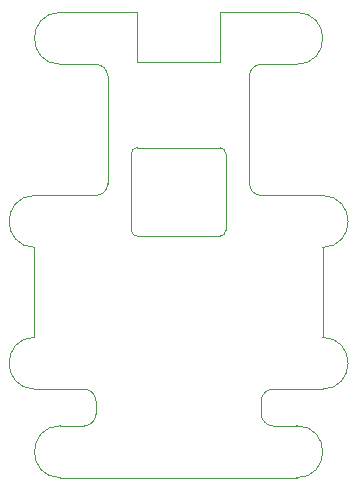
<source format=gbr>
G04*
G04 #@! TF.GenerationSoftware,Altium Limited,Altium Designer,24.1.2 (44)*
G04*
G04 Layer_Color=16711935*
%FSLAX25Y25*%
%MOIN*%
G70*
G04*
G04 #@! TF.SameCoordinates,EC497B79-CED4-4E58-A43C-F9202C23BEB1*
G04*
G04*
G04 #@! TF.FilePolarity,Positive*
G04*
G01*
G75*
%ADD13C,0.00394*%
D13*
X66929Y111221D02*
G03*
X64961Y113189I-1969J0D01*
G01*
Y83661D02*
G03*
X66929Y85630I0J1969D01*
G01*
X37402Y113189D02*
G03*
X35433Y111221I0J-1969D01*
G01*
Y85630D02*
G03*
X37402Y83661I1969J0D01*
G01*
X90551Y140945D02*
G03*
X90551Y158268I0J8661D01*
G01*
Y3150D02*
G03*
X90551Y20472I0J8661D01*
G01*
X11811Y20472D02*
G03*
X11811Y3150I0J-8661D01*
G01*
Y158268D02*
G03*
X11811Y140945I0J-8661D01*
G01*
X99212Y32679D02*
G03*
X99212Y49998I-197J8659D01*
G01*
X99212Y79921D02*
G03*
X99212Y97240I-197J8659D01*
G01*
X3150Y97244D02*
G03*
X3150Y79926I197J-8659D01*
G01*
X3150Y50002D02*
G03*
X3150Y32684I197J-8659D01*
G01*
X74803Y101177D02*
G03*
X78740Y97240I3937J0D01*
G01*
Y140945D02*
G03*
X74803Y137008I0J-3937D01*
G01*
X27559Y137008D02*
G03*
X23622Y140945I-3937J0D01*
G01*
X23622Y97240D02*
G03*
X27559Y101177I0J3937D01*
G01*
X78740Y24409D02*
G03*
X82677Y20472I3937J0D01*
G01*
Y32679D02*
G03*
X78740Y28742I0J-3937D01*
G01*
X19685Y20470D02*
G03*
X23622Y24407I0J3937D01*
G01*
Y28740D02*
G03*
X19685Y32677I-3937J0D01*
G01*
X37402Y83661D02*
X64961D01*
X37402Y113189D02*
X64961D01*
X66929Y85630D02*
Y111221D01*
X35433Y85630D02*
Y111221D01*
X11811Y158268D02*
X37402D01*
X11811Y3150D02*
X90551D01*
X99212Y50000D02*
Y79921D01*
X3150Y50000D02*
Y79921D01*
X74803Y101177D02*
Y137008D01*
X78740Y140945D02*
X90551D01*
X78740Y97240D02*
X99212D01*
X11811Y140945D02*
X23622D01*
X27559Y101177D02*
Y137008D01*
X3150Y97240D02*
X23622D01*
X82677Y20472D02*
X90551D01*
X82677Y32679D02*
X99212D01*
X78740Y24409D02*
Y28742D01*
X3150Y32677D02*
X19685D01*
X23622Y24407D02*
Y28740D01*
X11811Y20470D02*
X19685D01*
X37402Y141732D02*
Y158268D01*
Y141732D02*
X64961D01*
Y158268D02*
X90551D01*
X64961Y141732D02*
Y158268D01*
M02*

</source>
